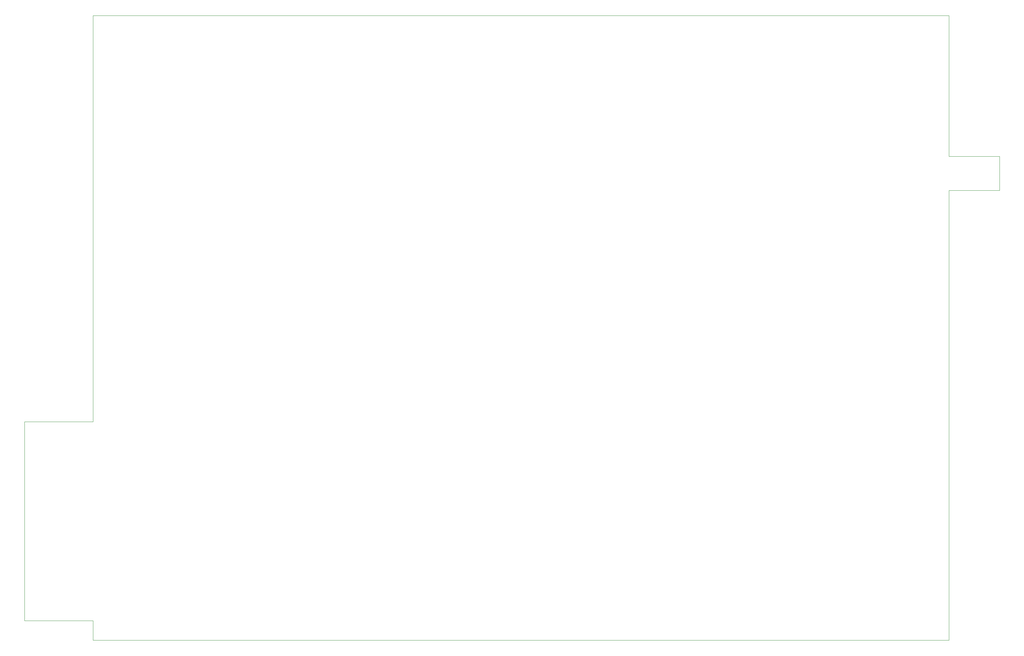
<source format=gbr>
G04 #@! TF.FileFunction,Profile,NP*
%FSLAX46Y46*%
G04 Gerber Fmt 4.6, Leading zero omitted, Abs format (unit mm)*
G04 Created by KiCad (PCBNEW 4.0.7) date 10/30/17 15:02:37*
%MOMM*%
%LPD*%
G01*
G04 APERTURE LIST*
%ADD10C,0.100000*%
G04 APERTURE END LIST*
D10*
X257400000Y-56800000D02*
X257400000Y-20800000D01*
X270400000Y-65600000D02*
X257400000Y-65600000D01*
X270400000Y-56800000D02*
X270400000Y-65600000D01*
X257400000Y-56800000D02*
X270400000Y-56800000D01*
X38400000Y-124800000D02*
X20900000Y-124800000D01*
X38400000Y-20800000D02*
X38400000Y-124800000D01*
X38400000Y-175800000D02*
X38400000Y-180800000D01*
X20900000Y-175800000D02*
X38400000Y-175800000D01*
X20900000Y-175800000D02*
X20900000Y-124800000D01*
X257400000Y-65600000D02*
X257400000Y-180800000D01*
X38400000Y-180800000D02*
X257400000Y-180800000D01*
X38400000Y-20800000D02*
X257400000Y-20800000D01*
M02*

</source>
